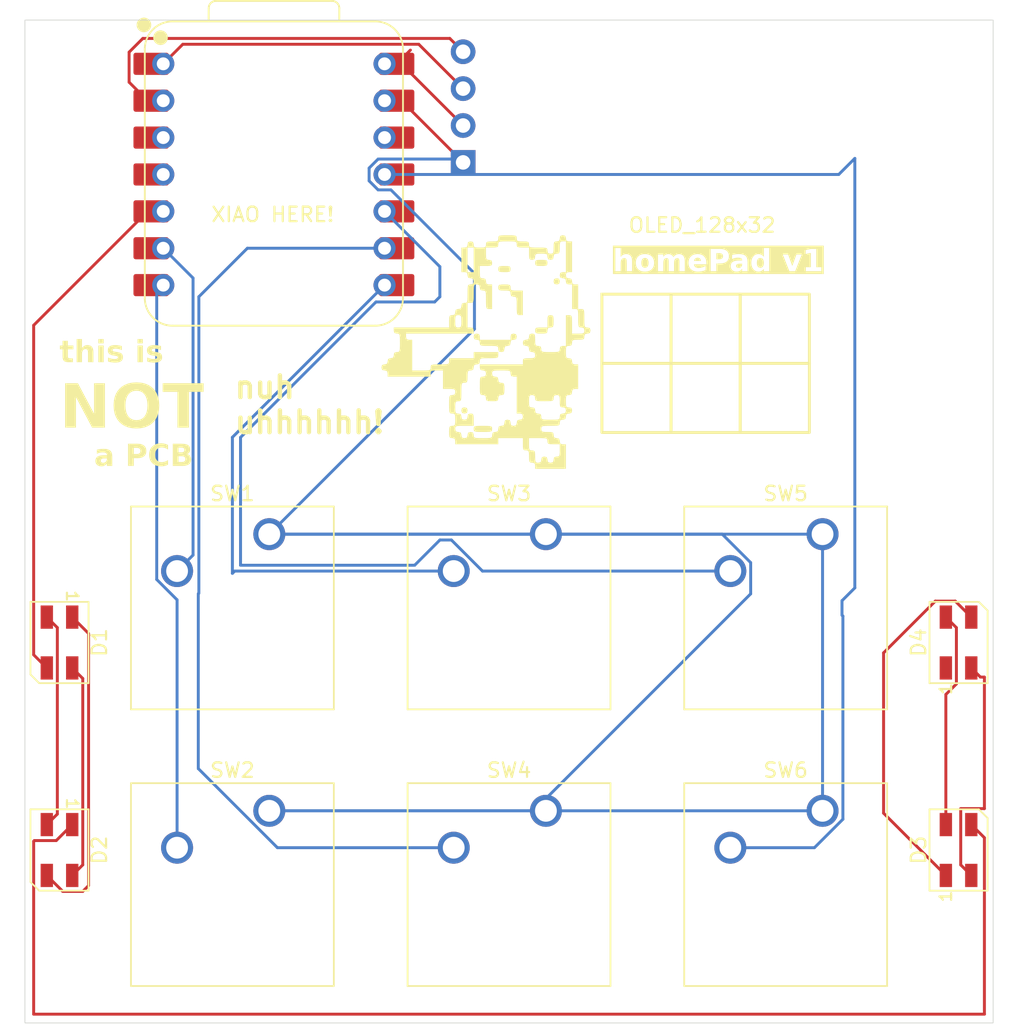
<source format=kicad_pcb>
(kicad_pcb (version 20241229) (generator "pcbnew") (generator_version "9.0")
  (layers (0 "F.Cu" signal) (2 "B.Cu" signal) (13 "F.Paste" user) (15 "B.Paste" user) (5 "F.SilkS" user "F.Silkscreen") (7 "B.SilkS" user "B.Silkscreen") (1 "F.Mask" user) (3 "B.Mask" user) (25 "Edge.Cuts" user))
  (net 0 "")
  (net 1 "Net-(D1-DIN)")
  (net 2 "Net-(D1-DOUT)")
  (net 3 "+5V")
  (net 4 "GND")
  (net 5 "Net-(D2-DOUT)")
  (net 6 "Net-(D3-DOUT)")
  (net 7 "Net-(J2-SDA)")
  (net 8 "Net-(U1-GPIO7{slash}SCL)")
  (net 9 "Net-(U1-GPIO0{slash}TX)")
  (net 10 "Net-(U1-GPIO1{slash}RX)")
  (net 11 "Net-(U1-GPIO2{slash}SCK)")
  (net 12 "Net-(U1-GPIO4{slash}MISO)")
  (net 13 "Net-(U1-GPIO3{slash}MOSI)")
  (net 17 "Net-(J2-SCL)")
  (footprint "Button_Switch_Keyboard:SW_Cherry_MX_1.00u_PCB" (layer "F.Cu") (at 157.32125 90.17)
    (property "Reference" "SW2" (at -2.54 -2.794 0) (layer "F.SilkS"))
    (property "Value" "SW_Push")
    (pad "" np_thru_hole circle (at -7.62 5.08) (size 1.7 1.7) (drill 1.7) (layers "*.Cu" "*.Mask"))
    (pad "" np_thru_hole circle (at -2.54 5.08) (size 4 4) (drill 4) (layers "*.Cu" "*.Mask"))
    (pad "" np_thru_hole circle (at 2.54 5.08) (size 1.7 1.7) (drill 1.7) (layers "*.Cu" "*.Mask"))
    (pad "1" thru_hole circle (at 0 0) (size 2.2 2.2) (drill 1.5) (layers "*.Cu" "*.Mask") (net 4 "GND"))
    (pad "2" thru_hole circle (at -6.35 2.54) (size 2.2 2.2) (drill 1.5) (layers "*.Cu" "*.Mask") (net 9 "Net-(U1-GPIO0{slash}TX)"))
  )
  (footprint "Button_Switch_Keyboard:SW_Cherry_MX_1.00u_PCB" (layer "F.Cu") (at 176.37125 90.17)
    (property "Reference" "SW4" (at -2.54 -2.794 0) (layer "F.SilkS"))
    (property "Value" "SW_Push")
    (pad "" np_thru_hole circle (at -7.62 5.08) (size 1.7 1.7) (drill 1.7) (layers "*.Cu" "*.Mask"))
    (pad "" np_thru_hole circle (at -2.54 5.08) (size 4 4) (drill 4) (layers "*.Cu" "*.Mask"))
    (pad "" np_thru_hole circle (at 2.54 5.08) (size 1.7 1.7) (drill 1.7) (layers "*.Cu" "*.Mask"))
    (pad "1" thru_hole circle (at 0 0) (size 2.2 2.2) (drill 1.5) (layers "*.Cu" "*.Mask") (net 4 "GND"))
    (pad "2" thru_hole circle (at -6.35 2.54) (size 2.2 2.2) (drill 1.5) (layers "*.Cu" "*.Mask") (net 11 "Net-(U1-GPIO2{slash}SCK)"))
  )
  (footprint "Button_Switch_Keyboard:SW_Cherry_MX_1.00u_PCB" (layer "F.Cu") (at 176.37125 71.12)
    (property "Reference" "SW3" (at -2.54 -2.794 0) (layer "F.SilkS"))
    (property "Value" "SW_Push")
    (pad "" np_thru_hole circle (at -7.62 5.08) (size 1.7 1.7) (drill 1.7) (layers "*.Cu" "*.Mask"))
    (pad "" np_thru_hole circle (at -2.54 5.08) (size 4 4) (drill 4) (layers "*.Cu" "*.Mask"))
    (pad "" np_thru_hole circle (at 2.54 5.08) (size 1.7 1.7) (drill 1.7) (layers "*.Cu" "*.Mask"))
    (pad "1" thru_hole circle (at 0 0) (size 2.2 2.2) (drill 1.5) (layers "*.Cu" "*.Mask") (net 4 "GND"))
    (pad "2" thru_hole circle (at -6.35 2.54) (size 2.2 2.2) (drill 1.5) (layers "*.Cu" "*.Mask") (net 10 "Net-(U1-GPIO1{slash}RX)"))
  )
  (footprint "LED_SMD:LED_SK6812MINI_PLCC4_3.5x3.5mm_P1.75mm" (layer "F.Cu") (at 142.875 92.86875 -90)
    (property "Reference" "D2" (at 0 -2.75 90) (layer "F.SilkS"))
    (property "Value" "SK6812MINI")
    (fp_text user "1" (at -3.2 -0.875 270) (layer "F.SilkS") (effects (font (size 0.8 0.8))))
    (pad "1" smd rect (at -1.75 -0.875 270) (size 1.6 0.85) (layers "F.Cu" "F.Mask" "F.Paste") (net 5 "Net-(D2-DOUT)"))
    (pad "2" smd rect (at -1.75 0.875 270) (size 1.6 0.85) (layers "F.Cu" "F.Mask" "F.Paste") (net 4 "GND"))
    (pad "3" smd rect (at 1.75 0.875 270) (size 1.6 0.85) (layers "F.Cu" "F.Mask" "F.Paste") (net 2 "Net-(D1-DOUT)"))
    (pad "4" smd rect (at 1.75 -0.875 270) (size 1.6 0.85) (layers "F.Cu" "F.Mask" "F.Paste") (net 3 "+5V"))
  )
  (footprint "ScottoKeebs_Components:OLED_128x32" (layer "F.Cu") (at 169.06875 35.71875)
    (property "Reference" "J2" (hide yes))
    (property "Value" "OLED_128x32" (at 18.057492 14.121256 0) (layer "F.SilkS"))
    (pad "1" thru_hole rect (at 1.6 9.8 180) (size 1.7 1.7) (drill 1) (layers "*.Cu" "*.Mask") (net 4 "GND"))
    (pad "2" thru_hole oval (at 1.6 7.26 180) (size 1.7 1.7) (drill 1) (layers "*.Cu" "*.Mask") (net 3 "+5V"))
    (pad "3" thru_hole oval (at 1.6 4.72 180) (size 1.7 1.7) (drill 1) (layers "*.Cu" "*.Mask") (net 17 "Net-(J2-SCL)"))
    (pad "4" thru_hole oval (at 1.6 2.18 180) (size 1.7 1.7) (drill 1) (layers "*.Cu" "*.Mask") (net 7 "Net-(J2-SDA)"))
  )
  (footprint "Button_Switch_Keyboard:SW_Cherry_MX_1.00u_PCB" (layer "F.Cu") (at 195.42125 90.17)
    (property "Reference" "SW6" (at -2.54 -2.794 0) (layer "F.SilkS"))
    (property "Value" "SW_Push")
    (pad "" np_thru_hole circle (at -7.62 5.08) (size 1.7 1.7) (drill 1.7) (layers "*.Cu" "*.Mask"))
    (pad "" np_thru_hole circle (at -2.54 5.08) (size 4 4) (drill 4) (layers "*.Cu" "*.Mask"))
    (pad "" np_thru_hole circle (at 2.54 5.08) (size 1.7 1.7) (drill 1.7) (layers "*.Cu" "*.Mask"))
    (pad "1" thru_hole circle (at 0 0) (size 2.2 2.2) (drill 1.5) (layers "*.Cu" "*.Mask") (net 4 "GND"))
    (pad "2" thru_hole circle (at -6.35 2.54) (size 2.2 2.2) (drill 1.5) (layers "*.Cu" "*.Mask") (net 13 "Net-(U1-GPIO3{slash}MOSI)"))
  )
  (footprint "ralsei:ralseisilk" (layer "F.Cu") (at 169.06875 54.76875)
    (property "Reference" "G***" (hide yes))
    (property "Value" "LOGO" (hide yes))
  )
  (footprint "Button_Switch_Keyboard:SW_Cherry_MX_1.00u_PCB" (layer "F.Cu") (at 195.42125 71.12)
    (property "Reference" "SW5" (at -2.54 -2.794 0) (layer "F.SilkS"))
    (property "Value" "SW_Push")
    (pad "" np_thru_hole circle (at -7.62 5.08) (size 1.7 1.7) (drill 1.7) (layers "*.Cu" "*.Mask"))
    (pad "" np_thru_hole circle (at -2.54 5.08) (size 4 4) (drill 4) (layers "*.Cu" "*.Mask"))
    (pad "" np_thru_hole circle (at 2.54 5.08) (size 1.7 1.7) (drill 1.7) (layers "*.Cu" "*.Mask"))
    (pad "1" thru_hole circle (at 0 0) (size 2.2 2.2) (drill 1.5) (layers "*.Cu" "*.Mask") (net 4 "GND"))
    (pad "2" thru_hole circle (at -6.35 2.54) (size 2.2 2.2) (drill 1.5) (layers "*.Cu" "*.Mask") (net 12 "Net-(U1-GPIO4{slash}MISO)"))
  )
  (footprint "LED_SMD:LED_SK6812MINI_PLCC4_3.5x3.5mm_P1.75mm" (layer "F.Cu") (at 204.7875 92.86875 90)
    (property "Reference" "D3" (at 0 -2.75 90) (layer "F.SilkS"))
    (property "Value" "SK6812MINI")
    (fp_text user "1" (at -3.2 -0.875 90) (layer "F.SilkS") (effects (font (size 0.8 0.8))))
    (pad "1" smd rect (at -1.75 -0.875 90) (size 1.6 0.85) (layers "F.Cu" "F.Mask" "F.Paste") (net 6 "Net-(D3-DOUT)"))
    (pad "2" smd rect (at -1.75 0.875 90) (size 1.6 0.85) (layers "F.Cu" "F.Mask" "F.Paste") (net 4 "GND"))
    (pad "3" smd rect (at 1.75 0.875 90) (size 1.6 0.85) (layers "F.Cu" "F.Mask" "F.Paste") (net 5 "Net-(D2-DOUT)"))
    (pad "4" smd rect (at 1.75 -0.875 90) (size 1.6 0.85) (layers "F.Cu" "F.Mask" "F.Paste") (net 3 "+5V"))
  )
  (footprint "LED_SMD:LED_SK6812MINI_PLCC4_3.5x3.5mm_P1.75mm" (layer "F.Cu") (at 204.7875 78.58125 90)
    (property "Reference" "D4" (at 0 -2.75 90) (layer "F.SilkS"))
    (property "Value" "SK6812MINI")
    (fp_text user "1" (at -3.2 -0.875 90) (layer "F.SilkS") (effects (font (size 0.8 0.8))))
    (pad "1" smd rect (at -1.75 -0.875 90) (size 1.6 0.85) (layers "F.Cu" "F.Mask" "F.Paste") (net 6 "Net-(D3-DOUT)"))
    (pad "2" smd rect (at -1.75 0.875 90) (size 1.6 0.85) (layers "F.Cu" "F.Mask" "F.Paste") (net 4 "GND"))
    (pad "3" smd rect (at 1.75 0.875 90) (size 1.6 0.85) (layers "F.Cu" "F.Mask" "F.Paste") (net 6 "Net-(D3-DOUT)"))
    (pad "4" smd rect (at 1.75 -0.875 90) (size 1.6 0.85) (layers "F.Cu" "F.Mask" "F.Paste") (net 3 "+5V"))
  )
  (footprint "OPL Footprint:XIAO-RP2040-DIP" (layer "F.Cu") (at 157.63875 46.35)
    (property "Reference" "U1" (hide yes))
    (property "Value" "XIAO-RP2040-DIP")
    (pad "1" smd roundrect (at -8.455 -7.62 180) (size 2.432 1.524) (layers "F.Cu" "F.Mask") (roundrect_rratio 0.1) (net 17 "Net-(J2-SCL)"))
    (pad "1" thru_hole circle (at -7.62 -7.62 180) (size 1.524 1.524) (drill 0.889) (layers "*.Cu" "*.Mask") (net 17 "Net-(J2-SCL)"))
    (pad "2" smd roundrect (at -8.455 -5.08 180) (size 2.432 1.524) (layers "F.Cu" "F.Mask") (roundrect_rratio 0.1) (net 7 "Net-(J2-SDA)"))
    (pad "2" thru_hole circle (at -7.62 -5.08 180) (size 1.524 1.524) (drill 0.889) (layers "*.Cu" "*.Mask") (net 7 "Net-(J2-SDA)"))
    (pad "3" smd roundrect (at -8.455 -2.54 180) (size 2.432 1.524) (layers "F.Cu" "F.Mask") (roundrect_rratio 0.1))
    (pad "3" thru_hole circle (at -7.62 -2.54 180) (size 1.524 1.524) (drill 0.889) (layers "*.Cu" "*.Mask"))
    (pad "4" smd roundrect (at -8.455 0 180) (size 2.432 1.524) (layers "F.Cu" "F.Mask") (roundrect_rratio 0.1))
    (pad "4" thru_hole circle (at -7.62 0 180) (size 1.524 1.524) (drill 0.889) (layers "*.Cu" "*.Mask"))
    (pad "5" smd roundrect (at -8.455 2.54 180) (size 2.432 1.524) (layers "F.Cu" "F.Mask") (roundrect_rratio 0.1) (net 1 "Net-(D1-DIN)"))
    (pad "5" thru_hole circle (at -7.62 2.54 180) (size 1.524 1.524) (drill 0.889) (layers "*.Cu" "*.Mask") (net 1 "Net-(D1-DIN)"))
    (pad "6" smd roundrect (at -8.455 5.08 180) (size 2.432 1.524) (layers "F.Cu" "F.Mask") (roundrect_rratio 0.1) (net 8 "Net-(U1-GPIO7{slash}SCL)"))
    (pad "6" thru_hole circle (at -7.62 5.08 180) (size 1.524 1.524) (drill 0.889) (layers "*.Cu" "*.Mask") (net 8 "Net-(U1-GPIO7{slash}SCL)"))
    (pad "7" smd roundrect (at -8.455 7.62 180) (size 2.432 1.524) (layers "F.Cu" "F.Mask") (roundrect_rratio 0.1) (net 9 "Net-(U1-GPIO0{slash}TX)"))
    (pad "7" thru_hole circle (at -7.62 7.62 180) (size 1.524 1.524) (drill 0.889) (layers "*.Cu" "*.Mask") (net 9 "Net-(U1-GPIO0{slash}TX)"))
    (pad "8" thru_hole circle (at 7.62 7.62) (size 1.524 1.524) (drill 0.889) (layers "*.Cu" "*.Mask") (net 10 "Net-(U1-GPIO1{slash}RX)"))
    (pad "8" smd roundrect (at 8.455 7.62) (size 2.432 1.524) (layers "F.Cu" "F.Mask") (roundrect_rratio 0.1) (net 10 "Net-(U1-GPIO1{slash}RX)"))
    (pad "9" thru_hole circle (at 7.62 5.08) (size 1.524 1.524) (drill 0.889) (layers "*.Cu" "*.Mask") (net 11 "Net-(U1-GPIO2{slash}SCK)"))
    (pad "9" smd roundrect (at 8.455 5.08) (size 2.432 1.524) (layers "F.Cu" "F.Mask") (roundrect_rratio 0.1) (net 11 "Net-(U1-GPIO2{slash}SCK)"))
    (pad "10" thru_hole circle (at 7.62 2.54) (size 1.524 1.524) (drill 0.889) (layers "*.Cu" "*.Mask") (net 12 "Net-(U1-GPIO4{slash}MISO)"))
    (pad "10" smd roundrect (at 8.455 2.54) (size 2.432 1.524) (layers "F.Cu" "F.Mask") (roundrect_rratio 0.1) (net 12 "Net-(U1-GPIO4{slash}MISO)"))
    (pad "11" thru_hole circle (at 7.62 0) (size 1.524 1.524) (drill 0.889) (layers "*.Cu" "*.Mask") (net 13 "Net-(U1-GPIO3{slash}MOSI)"))
    (pad "11" smd roundrect (at 8.455 0) (size 2.432 1.524) (layers "F.Cu" "F.Mask") (roundrect_rratio 0.1) (net 13 "Net-(U1-GPIO3{slash}MOSI)"))
    (pad "12" thru_hole circle (at 7.62 -2.54) (size 1.524 1.524) (drill 0.889) (layers "*.Cu" "*.Mask"))
    (pad "12" smd roundrect (at 8.455 -2.54) (size 2.432 1.524) (layers "F.Cu" "F.Mask") (roundrect_rratio 0.1))
    (pad "13" thru_hole circle (at 7.62 -5.08) (size 1.524 1.524) (drill 0.889) (layers "*.Cu" "*.Mask") (net 4 "GND"))
    (pad "13" smd roundrect (at 8.455 -5.08) (size 2.432 1.524) (layers "F.Cu" "F.Mask") (roundrect_rratio 0.1) (net 4 "GND"))
    (pad "14" thru_hole circle (at 7.62 -7.62) (size 1.524 1.524) (drill 0.889) (layers "*.Cu" "*.Mask") (net 3 "+5V"))
    (pad "14" smd roundrect (at 8.455 -7.62) (size 2.432 1.524) (layers "F.Cu" "F.Mask") (roundrect_rratio 0.1) (net 3 "+5V"))
  )
  (footprint "Button_Switch_Keyboard:SW_Cherry_MX_1.00u_PCB" (layer "F.Cu") (at 157.32125 71.12)
    (property "Reference" "SW1" (at -2.54 -2.794 0) (layer "F.SilkS"))
    (property "Value" "SW_Push")
    (pad "" np_thru_hole circle (at -7.62 5.08) (size 1.7 1.7) (drill 1.7) (layers "*.Cu" "*.Mask"))
    (pad "" np_thru_hole circle (at -2.54 5.08) (size 4 4) (drill 4) (layers "*.Cu" "*.Mask"))
    (pad "" np_thru_hole circle (at 2.54 5.08) (size 1.7 1.7) (drill 1.7) (layers "*.Cu" "*.Mask"))
    (pad "1" thru_hole circle (at 0 0) (size 2.2 2.2) (drill 1.5) (layers "*.Cu" "*.Mask") (net 4 "GND"))
    (pad "2" thru_hole circle (at -6.35 2.54) (size 2.2 2.2) (drill 1.5) (layers "*.Cu" "*.Mask") (net 8 "Net-(U1-GPIO7{slash}SCL)"))
  )
  (footprint "LED_SMD:LED_SK6812MINI_PLCC4_3.5x3.5mm_P1.75mm" (layer "F.Cu") (at 142.875 78.58125 -90)
    (property "Reference" "D1" (at 0 -2.75 90) (layer "F.SilkS"))
    (property "Value" "SK6812MINI")
    (fp_text user "1" (at -3.2 -0.875 270) (layer "F.SilkS") (effects (font (size 0.8 0.8))))
    (pad "1" smd rect (at -1.75 -0.875 270) (size 1.6 0.85) (layers "F.Cu" "F.Mask" "F.Paste") (net 2 "Net-(D1-DOUT)"))
    (pad "2" smd rect (at -1.75 0.875 270) (size 1.6 0.85) (layers "F.Cu" "F.Mask" "F.Paste") (net 4 "GND"))
    (pad "3" smd rect (at 1.75 0.875 270) (size 1.6 0.85) (layers "F.Cu" "F.Mask" "F.Paste") (net 1 "Net-(D1-DIN)"))
    (pad "4" smd rect (at 1.75 -0.875 270) (size 1.6 0.85) (layers "F.Cu" "F.Mask" "F.Paste") (net 3 "+5V"))
  )
  (gr_rect (start 180.227958 54.592851) (end 184.990458 59.355351) (stroke (width 0.2)) (fill no) (layer "F.SilkS"))
  (gr_rect (start 184.990458 59.355351) (end 189.752958 64.117851) (stroke (width 0.2)) (fill no) (layer "F.SilkS"))
  (gr_rect (start 189.752958 54.592851) (end 194.515458 59.355351) (stroke (width 0.2)) (fill no) (layer "F.SilkS"))
  (gr_rect (start 180.227958 59.355351) (end 184.990458 64.117851) (stroke (width 0.2)) (fill no) (layer "F.SilkS"))
  (gr_rect (start 184.990458 54.592851) (end 189.752958 59.355351) (stroke (width 0.2)) (fill no) (layer "F.SilkS"))
  (gr_rect (start 189.752958 59.355351) (end 194.515458 64.117851) (stroke (width 0.2)) (fill no) (layer "F.SilkS"))
  (gr_rect (start 140.49375 35.71875) (end 207.16875 104.775) (stroke (width 0.05)) (fill no) (layer "Edge.Cuts"))
  (gr_text "nuh\nuhhhhhh!" (at 154.78125 64.29375 0) (layer "F.SilkS") (effects (font (size 1.5 1.5) (thickness 0.3) (bold yes)) (justify left bottom)))
  (gr_text "this is" (at 142.875 59.53125 0) (layer "F.SilkS") (effects (font (size 1.5 1.5) (thickness 0.3) (bold yes)) (justify left bottom)))
  (gr_text "XIAO HERE!" (at 153.245443 49.693874 0) (layer "F.SilkS") (effects (font (size 1 1)) (justify left bottom)))
  (gr_text "homePad v1" (at 180.975 52.3875 0) (layer "F.SilkS" knockout) (effects (font (size 1.5 1.5) (thickness 0.3) (bold yes) (italic yes)) (justify left)))
  (gr_text "NOT" (at 142.875 64.29375 0) (layer "F.SilkS") (effects (font (size 3 3) (thickness 0.3) (bold yes)) (justify left bottom)))
  (gr_text "a PCB" (at 145.25625 66.675 0) (layer "F.SilkS") (effects (font (size 1.5 1.5) (thickness 0.3) (bold yes)) (justify left bottom)))
  (segment (start 150.01875 48.89) (end 149.18375 48.89) (width 0.2) (layer "F.Cu") (net 1))
  (segment (start 148.94112 48.89) (end 150.01875 48.89) (width 0.2) (layer "F.Cu") (net 1))
  (segment (start 141.09475 56.73637) (end 148.94112 48.89) (width 0.2) (layer "F.Cu") (net 1))
  (segment (start 141.09475 79.426) (end 141.09475 56.73637) (width 0.2) (layer "F.Cu") (net 1))
  (segment (start 142 80.33125) (end 141.09475 79.426) (width 0.2) (layer "F.Cu") (net 1))
  (segment (start 144.476 95.71975) (end 143.101 95.71975) (width 0.2) (layer "F.Cu") (net 2))
  (segment (start 144.877 95.31875) (end 144.476 95.71975) (width 0.2) (layer "F.Cu") (net 2))
  (segment (start 143.75 76.83125) (end 144.877 77.95825) (width 0.2) (layer "F.Cu") (net 2))
  (segment (start 144.877 77.95825) (end 144.877 95.31875) (width 0.2) (layer "F.Cu") (net 2))
  (segment (start 143.101 95.71975) (end 142 94.61875) (width 0.2) (layer "F.Cu") (net 2))
  (segment (start 144.476 93.89275) (end 143.75 94.61875) (width 0.2) (layer "F.Cu") (net 3))
  (segment (start 144.476 81.05725) (end 144.476 93.89275) (width 0.2) (layer "F.Cu") (net 3))
  (segment (start 170.66875 42.97875) (end 166.42 38.73) (width 0.2) (layer "F.Cu") (net 3))
  (segment (start 203.9125 76.83125) (end 204.6385 77.55725) (width 0.2) (layer "F.Cu") (net 3))
  (segment (start 203.9125 82.15825) (end 203.9125 91.11875) (width 0.2) (layer "F.Cu") (net 3))
  (segment (start 165.25875 38.73) (end 166.09375 38.73) (width 0.2) (layer "F.Cu") (net 3))
  (segment (start 204.6385 81.43225) (end 203.9125 82.15825) (width 0.2) (layer "F.Cu") (net 3))
  (segment (start 143.75 80.33125) (end 144.476 81.05725) (width 0.2) (layer "F.Cu") (net 3))
  (segment (start 204.6385 77.55725) (end 204.6385 81.43225) (width 0.2) (layer "F.Cu") (net 3))
  (segment (start 166.42 38.73) (end 165.25875 38.73) (width 0.2) (layer "F.Cu") (net 3))
  (segment (start 166.09375 38.73) (end 167.03975 37.784) (width 0.2) (layer "F.Cu") (net 3))
  (segment (start 204.9365 90.01775) (end 206.56775 90.01775) (width 0.2) (layer "F.Cu") (net 4))
  (segment (start 205.6625 94.61875) (end 204.9365 93.89275) (width 0.2) (layer "F.Cu") (net 4))
  (segment (start 142 91.11875) (end 142.726 90.39275) (width 0.2) (layer "F.Cu") (net 4))
  (segment (start 206.29375 80.9625) (end 205.6625 80.33125) (width 0.2) (layer "F.Cu") (net 4))
  (segment (start 206.56775 90.01775) (end 206.56775 80.9625) (width 0.2) (layer "F.Cu") (net 4))
  (segment (start 142.726 90.39275) (end 142.726 77.55725) (width 0.2) (layer "F.Cu") (net 4))
  (segment (start 206.56775 80.9625) (end 206.29375 80.9625) (width 0.2) (layer "F.Cu") (net 4))
  (segment (start 170.66875 45.51875) (end 166.42 41.27) (width 0.2) (layer "F.Cu") (net 4))
  (segment (start 142.726 77.55725) (end 142 76.83125) (width 0.2) (layer "F.Cu") (net 4))
  (segment (start 166.42 41.27) (end 165.25875 41.27) (width 0.2) (layer "F.Cu") (net 4))
  (segment (start 204.9365 93.89275) (end 204.9365 90.01775) (width 0.2) (layer "F.Cu") (net 4))
  (segment (start 157.32125 71.12) (end 188.512564 71.12) (width 0.2) (layer "B.Cu") (net 4))
  (segment (start 164.19575 46.79031) (end 164.19575 45.90969) (width 0.2) (layer "B.Cu") (net 4))
  (segment (start 175.52972 90.17) (end 157.32125 90.17) (width 0.2) (layer "B.Cu") (net 4))
  (segment (start 190.47225 75.22747) (end 175.52972 90.17) (width 0.2) (layer "B.Cu") (net 4))
  (segment (start 188.512564 71.12) (end 190.47225 73.079686) (width 0.2) (layer "B.Cu") (net 4))
  (segment (start 195.42125 90.17) (end 176.37125 90.17) (width 0.2) (layer "B.Cu") (net 4))
  (segment (start 157.32125 71.12) (end 176.37125 71.12) (width 0.2) (layer "B.Cu") (net 4))
  (segment (start 157.32125 71.12) (end 171.45 56.99125) (width 0.2) (layer "B.Cu") (net 4))
  (segment (start 176.37125 90.17) (end 157.32125 90.17) (width 0.2) (layer "B.Cu") (net 4))
  (segment (start 171.45 56.99125) (end 171.45 53.16394) (width 0.2) (layer "B.Cu") (net 4))
  (segment (start 171.45 53.16394) (end 165.69906 47.413) (width 0.2) (layer "B.Cu") (net 4))
  (segment (start 176.37125 71.12) (end 195.42125 71.12) (width 0.2) (layer "B.Cu") (net 4))
  (segment (start 164.81844 47.413) (end 164.19575 46.79031) (width 0.2) (layer "B.Cu") (net 4))
  (segment (start 190.47225 73.079686) (end 190.47225 75.22747) (width 0.2) (layer "B.Cu") (net 4))
  (segment (start 164.81844 45.287) (end 170.437 45.287) (width 0.2) (layer "B.Cu") (net 4))
  (segment (start 195.42125 71.12) (end 195.42125 90.17) (width 0.2) (layer "B.Cu") (net 4))
  (segment (start 165.69906 47.413) (end 164.81844 47.413) (width 0.2) (layer "B.Cu") (net 4))
  (segment (start 170.437 45.287) (end 170.66875 45.51875) (width 0.2) (layer "B.Cu") (net 4))
  (segment (start 164.19575 45.90969) (end 164.81844 45.287) (width 0.2) (layer "B.Cu") (net 4))
  (segment (start 141.14275 92.21975) (end 141.09475 92.26775) (width 0.2) (layer "F.Cu") (net 5))
  (segment (start 206.56775 104.174) (end 206.56775 92.024) (width 0.2) (layer "F.Cu") (net 5))
  (segment (start 143.75 91.11875) (end 142.649 92.21975) (width 0.2) (layer "F.Cu") (net 5))
  (segment (start 206.56775 92.024) (end 205.6625 91.11875) (width 0.2) (layer "F.Cu") (net 5))
  (segment (start 141.09475 104.174) (end 206.56775 104.174) (width 0.2) (layer "F.Cu") (net 5))
  (segment (start 142.649 92.21975) (end 141.14275 92.21975) (width 0.2) (layer "F.Cu") (net 5))
  (segment (start 141.09475 92.26775) (end 141.09475 104.174) (width 0.2) (layer "F.Cu") (net 5))
  (segment (start 199.624 90.33025) (end 199.624 79.29275) (width 0.2) (layer "F.Cu") (net 6))
  (segment (start 199.624 79.29275) (end 203.1865 75.73025) (width 0.2) (layer "F.Cu") (net 6))
  (segment (start 204.5615 75.73025) (end 205.6625 76.83125) (width 0.2) (layer "F.Cu") (net 6))
  (segment (start 203.1865 75.73025) (end 204.5615 75.73025) (width 0.2) (layer "F.Cu") (net 6))
  (segment (start 203.9125 94.61875) (end 199.624 90.33025) (width 0.2) (layer "F.Cu") (net 6))
  (segment (start 148.613124 36.982) (end 147.66675 37.928374) (width 0.2) (layer "F.Cu") (net 7))
  (segment (start 147.66675 37.928374) (end 147.66675 39.99563) (width 0.2) (layer "F.Cu") (net 7))
  (segment (start 148.94112 41.27) (end 150.01875 41.27) (width 0.2) (layer "F.Cu") (net 7))
  (segment (start 147.66675 39.99563) (end 148.94112 41.27) (width 0.2) (layer "F.Cu") (net 7))
  (segment (start 169.752 36.982) (end 148.613124 36.982) (width 0.2) (layer "F.Cu") (net 7))
  (segment (start 170.66875 37.89875) (end 169.752 36.982) (width 0.2) (layer "F.Cu") (net 7))
  (segment (start 150.97125 73.66) (end 152.071249 72.560001) (width 0.2) (layer "B.Cu") (net 8))
  (segment (start 152.071249 53.482499) (end 150.01875 51.43) (width 0.2) (layer "B.Cu") (net 8))
  (segment (start 152.071249 72.560001) (end 152.071249 53.482499) (width 0.2) (layer "B.Cu") (net 8))
  (segment (start 150.97125 92.71) (end 150.97125 75.641314) (width 0.2) (layer "B.Cu") (net 9))
  (segment (start 149.57025 54.4185) (end 150.01875 53.97) (width 0.2) (layer "B.Cu") (net 9))
  (segment (start 149.57025 74.240314) (end 149.57025 54.4185) (width 0.2) (layer "B.Cu") (net 9))
  (segment (start 150.97125 75.641314) (end 149.57025 74.240314) (width 0.2) (layer "B.Cu") (net 9))
  (segment (start 165.25875 53.97) (end 154.78125 64.4475) (width 0.2) (layer "B.Cu") (net 10))
  (segment (start 154.94 73.66) (end 170.02125 73.66) (width 0.2) (layer "B.Cu") (net 10))
  (segment (start 154.78125 73.81875) (end 154.94 73.66) (width 0.2) (layer "B.Cu") (net 10))
  (segment (start 154.78125 64.4475) (end 154.78125 73.81875) (width 0.2) (layer "B.Cu") (net 10))
  (segment (start 152.43025 87.260314) (end 152.43025 75.226184) (width 0.2) (layer "B.Cu") (net 11))
  (segment (start 152.472249 75.184185) (end 152.472249 54.76875) (width 0.2) (layer "B.Cu") (net 11))
  (segment (start 157.879936 92.71) (end 152.43025 87.260314) (width 0.2) (layer "B.Cu") (net 11))
  (segment (start 152.472249 54.76875) (end 155.810999 51.43) (width 0.2) (layer "B.Cu") (net 11))
  (segment (start 152.43025 75.226184) (end 152.472249 75.184185) (width 0.2) (layer "B.Cu") (net 11))
  (segment (start 155.810999 51.43) (end 165.25875 51.43) (width 0.2) (layer "B.Cu") (net 11))
  (segment (start 170.02125 92.71) (end 157.879936 92.71) (width 0.2) (layer "B.Cu") (net 11))
  (segment (start 169.863564 71.521) (end 169.06875 71.521) (width 0.2) (layer "B.Cu") (net 12))
  (segment (start 169.06875 71.521) (end 167.33075 73.259) (width 0.2) (layer "B.Cu") (net 12))
  (segment (start 169.06875 52.7) (end 165.25875 48.89) (width 0.2) (layer "B.Cu") (net 12))
  (segment (start 172.002564 73.66) (end 169.863564 71.521) (width 0.2) (layer "B.Cu") (net 12))
  (segment (start 168.708325 55.129175) (end 169.06875 54.76875) (width 0.2) (layer "B.Cu") (net 12))
  (segment (start 164.666675 55.129175) (end 168.708325 55.129175) (width 0.2) (layer "B.Cu") (net 12))
  (segment (start 155.341 64.45485) (end 164.666675 55.129175) (width 0.2) (layer "B.Cu") (net 12))
  (segment (start 155.341 73.259) (end 155.341 64.45485) (width 0.2) (layer "B.Cu") (net 12))
  (segment (start 189.07125 73.66) (end 172.002564 73.66) (width 0.2) (layer "B.Cu") (net 12))
  (segment (start 167.33075 73.259) (end 155.341 73.259) (width 0.2) (layer "B.Cu") (net 12))
  (segment (start 169.06875 54.76875) (end 169.06875 52.7) (width 0.2) (layer "B.Cu") (net 12))
  (segment (start 197.64375 45.24375) (end 196.5375 46.35) (width 0.2) (layer "B.Cu") (net 13))
  (segment (start 194.862564 92.71) (end 196.82225 90.750314) (width 0.2) (layer "B.Cu") (net 13))
  (segment (start 196.5375 46.35) (end 165.25875 46.35) (width 0.2) (layer "B.Cu") (net 13))
  (segment (start 197.64375 74.81903) (end 197.64375 45.24375) (width 0.2) (layer "B.Cu") (net 13))
  (segment (start 196.82225 76.75947) (end 196.76025 76.69747) (width 0.2) (layer "B.Cu") (net 13))
  (segment (start 196.82225 90.750314) (end 196.82225 76.75947) (width 0.2) (layer "B.Cu") (net 13))
  (segment (start 189.07125 92.71) (end 194.862564 92.71) (width 0.2) (layer "B.Cu") (net 13))
  (segment (start 196.76025 76.69747) (end 196.76025 75.70253) (width 0.2) (layer "B.Cu") (net 13))
  (segment (start 196.76025 75.70253) (end 197.64375 74.81903) (width 0.2) (layer "B.Cu") (net 13))
  (segment (start 170.66875 40.43875) (end 167.613 37.383) (width 0.2) (layer "F.Cu") (net 17))
  (segment (start 167.613 37.383) (end 151.36575 37.383) (width 0.2) (layer "F.Cu") (net 17))
  (segment (start 151.36575 37.383) (end 150.01875 38.73) (width 0.2) (layer "F.Cu") (net 17))
)
</source>
